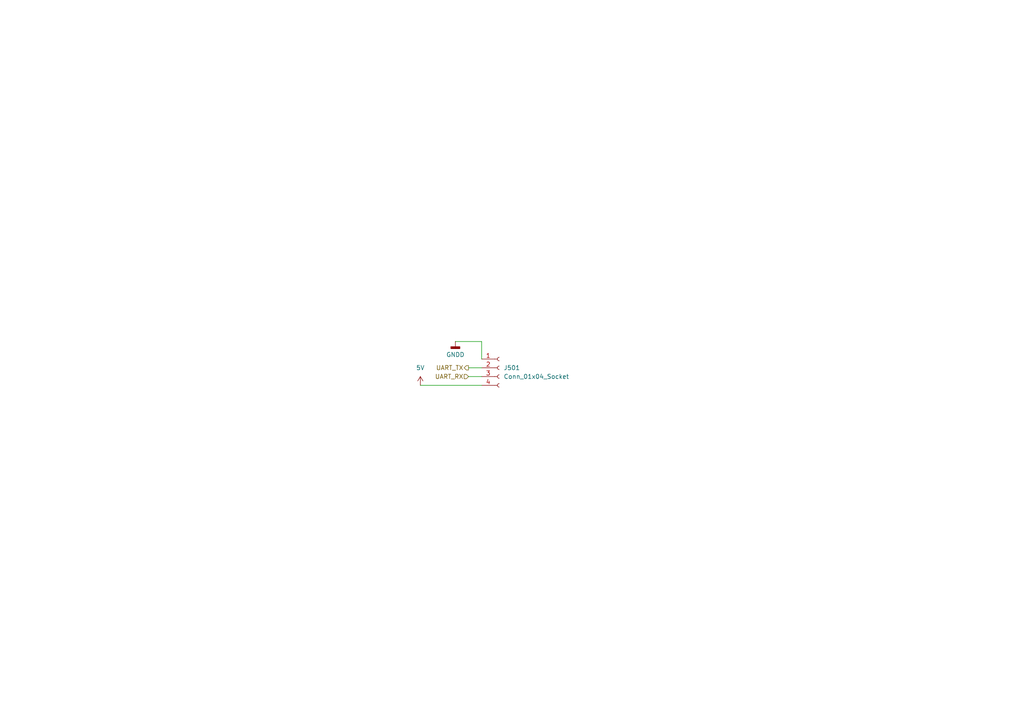
<source format=kicad_sch>
(kicad_sch (version 20231120) (generator "eeschema") (generator_version "8.0")
  (paper "A4")
  (lib_symbols
    (symbol "Connector:Conn_01x04_Socket" (pin_names (offset 1.016) hide)
      (property "Reference" "J" (at 0 5.08 0))
      (property "Value" "Conn_01x04_Socket" (at 0 -7.62 0))
      (symbol "Conn_01x04_Socket_1_1"
        (arc (start 0 -4.572) (mid -0.5058 -5.08) (end 0 -5.588) (stroke (width 0.1524)))
        (arc (start 0 -2.032) (mid -0.5058 -2.54) (end 0 -3.048) (stroke (width 0.1524)))
        (polyline (pts (xy -1.27 -5.08) (xy -0.508 -5.08)) (stroke (width 0.1524)))
        (polyline (pts (xy -1.27 -2.54) (xy -0.508 -2.54)) (stroke (width 0.1524)))
        (polyline (pts (xy -1.27 0) (xy -0.508 0)) (stroke (width 0.1524)))
        (polyline (pts (xy -1.27 2.54) (xy -0.508 2.54)) (stroke (width 0.1524)))
        (arc (start 0 0.508) (mid -0.5058 0) (end 0 -0.508) (stroke (width 0.1524)))
        (arc (start 0 3.048) (mid -0.5058 2.54) (end 0 2.032) (stroke (width 0.1524)))
        (pin passive line (at -5.08 2.54 0) (length 3.81) (name "Pin_1") (number "1"))
        (pin passive line (at -5.08 0 0) (length 3.81) (name "Pin_2") (number "2"))
        (pin passive line (at -5.08 -2.54 0) (length 3.81) (name "Pin_3") (number "3"))
        (pin passive line (at -5.08 -5.08 0) (length 3.81) (name "Pin_4") (number "4"))
      )
    )
    (symbol "power:+5V" (power) (pin_numbers hide) (pin_names (offset 0) hide)
      (property "Value" "+5V" (at 0 3.556 0))
      (symbol "+5V_0_1"
        (polyline (pts (xy -0.762 1.27) (xy 0 2.54)))
        (polyline (pts (xy 0 0) (xy 0 2.54)))
        (polyline (pts (xy 0 2.54) (xy 0.762 1.27)))
      )
      (symbol "+5V_1_1"
        (pin power_in line (at 0 0 90) (length 0) (name "~") (number "1"))
      )
    )
    (symbol "power:GNDD" (power) (pin_numbers hide) (pin_names (offset 0) hide)
      (property "Value" "GNDD" (at 0 -3.175 0))
      (symbol "GNDD_0_1"
        (rectangle (start -1.27 -1.524) (end 1.27 -2.032) (stroke (width 0.254)) (fill (type outline)))
        (polyline (pts (xy 0 0) (xy 0 -1.524)))
      )
      (symbol "GNDD_1_1"
        (pin power_in line (at 0 0 270) (length 0) (name "~") (number "1"))
      )
    )
  )
  (wire (pts (xy 135.89 106.68) (xy 139.7 106.68)))
  (wire (pts (xy 121.92 111.76) (xy 139.7 111.76)))
  (wire (pts (xy 139.7 99.06) (xy 139.7 104.14)))
  (wire (pts (xy 132.08 99.06) (xy 139.7 99.06)))
  (wire (pts (xy 135.89 109.22) (xy 139.7 109.22)))
  (hierarchical_label "UART_RX" (shape input) (at 135.89 109.22 180))
  (hierarchical_label "UART_TX" (shape output) (at 135.89 106.68 180))
  (symbol (lib_id "Connector:Conn_01x04_Socket") (at 144.78 106.68 0) (unit 1)
    (property "Reference" "J501" (at 146.05 106.6799 0) (effects (justify left)))
    (property "Value" "Conn_01x04_Socket" (at 146.05 109.2199 0) (effects (justify left)))
    (property "Footprint" "Connector_JST:JST_XH_B4B-XH-A_1x04_P2.50mm_Vertical" (effects (hide yes)))
    (property "Description" "Generic connector, single row, 01x04, script generated" (effects (hide yes)))
  )
  (symbol (lib_id "power:+5V") (at 121.92 111.76 0) (unit 1)
    (property "Reference" "#PWR0502" (effects (hide yes)))
    (property "Value" "5V" (at 121.92 106.68 0))
    (property "Description" "Power symbol creates a global label with name \"+5V\"" (effects (hide yes)))
  )
  (symbol (lib_id "power:GNDD") (at 132.08 99.06 0) (unit 1)
    (property "Reference" "#PWR0501" (effects (hide yes)))
    (property "Value" "GNDD" (at 132.08 102.87 0))
    (property "Description" "Power symbol creates a global label with name \"GNDD\" , digital ground" (effects (hide yes)))
  )
)
</source>
